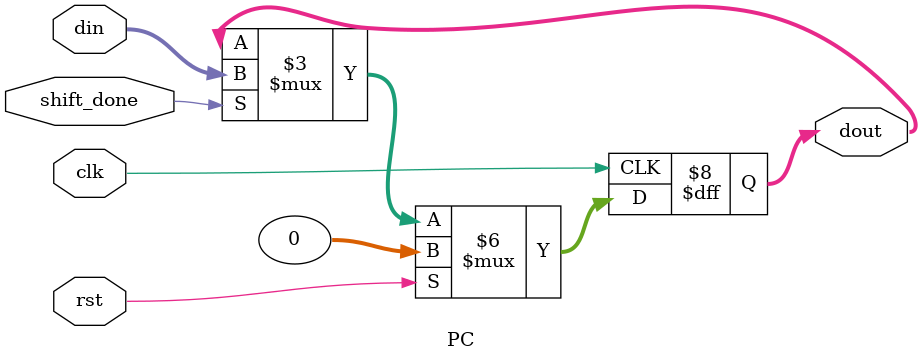
<source format=v>
`timescale 1ns/1ns
	
module PC #(parameter n = 32) 
	(input clk, rst, shift_done,
	 input [n-1:0] din,
	 output reg [n-1:0] dout);

    always @ (posedge clk) begin
        if (rst)
			dout <= {n{1'b0}};	
        else if (shift_done)		
		  dout <= din;
		else
			dout <= dout;
	end

endmodule
	
	
</source>
